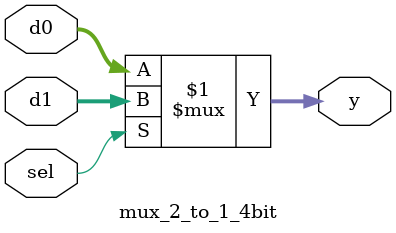
<source format=v>
 
 module mux_2_to_1_4bit (
    input wire sel, 
    input wire [3:0] d0,
    input wire [3:0] d1,
    output wire [3:0] y
 );
 
    assign y = sel? d1 : d0;
    
endmodule
</source>
